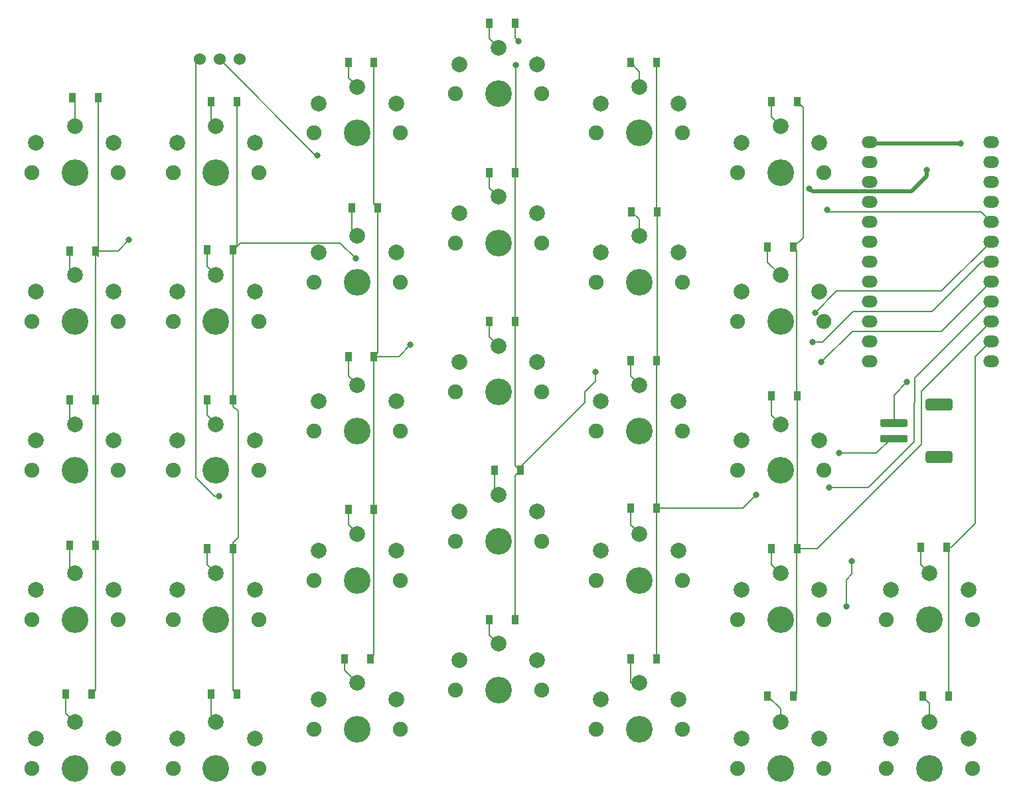
<source format=gbr>
%TF.GenerationSoftware,KiCad,Pcbnew,(5.1.7-0-10_14)*%
%TF.CreationDate,2022-11-13T20:21:01-08:00*%
%TF.ProjectId,swing-atreus-r,7377696e-672d-4617-9472-6575732d722e,rev?*%
%TF.SameCoordinates,Original*%
%TF.FileFunction,Copper,L1,Top*%
%TF.FilePolarity,Positive*%
%FSLAX46Y46*%
G04 Gerber Fmt 4.6, Leading zero omitted, Abs format (unit mm)*
G04 Created by KiCad (PCBNEW (5.1.7-0-10_14)) date 2022-11-13 20:21:01*
%MOMM*%
%LPD*%
G01*
G04 APERTURE LIST*
%TA.AperFunction,ComponentPad*%
%ADD10O,2.000000X1.500000*%
%TD*%
%TA.AperFunction,ComponentPad*%
%ADD11C,2.000000*%
%TD*%
%TA.AperFunction,ComponentPad*%
%ADD12C,1.900000*%
%TD*%
%TA.AperFunction,ComponentPad*%
%ADD13C,3.400000*%
%TD*%
%TA.AperFunction,SMDPad,CuDef*%
%ADD14R,0.900000X1.200000*%
%TD*%
%TA.AperFunction,ComponentPad*%
%ADD15C,1.524000*%
%TD*%
%TA.AperFunction,ViaPad*%
%ADD16C,0.800000*%
%TD*%
%TA.AperFunction,Conductor*%
%ADD17C,0.200000*%
%TD*%
%TA.AperFunction,Conductor*%
%ADD18C,0.500000*%
%TD*%
G04 APERTURE END LIST*
D10*
%TO.P,U1,24*%
%TO.N,Net-(SW1-Pad2)*%
X164650000Y-41030000D03*
%TO.P,U1,1*%
%TO.N,Net-(U1-Pad1)*%
X149150000Y-41030000D03*
%TO.P,U1,23*%
%TO.N,Net-(U1-Pad23)*%
X164650000Y-43570000D03*
%TO.P,U1,2*%
%TO.N,Net-(U1-Pad2)*%
X149150000Y-43570000D03*
%TO.P,U1,22*%
%TO.N,Net-(SW2-Pad1)*%
X164650000Y-46110000D03*
%TO.P,U1,3*%
%TO.N,GND*%
X149150000Y-46110000D03*
%TO.P,U1,21*%
%TO.N,Net-(U1-Pad21)*%
X164650000Y-48650000D03*
%TO.P,U1,4*%
%TO.N,GND*%
X149150000Y-48650000D03*
%TO.P,U1,20*%
%TO.N,/L_column1*%
X164650000Y-51190000D03*
%TO.P,U1,5*%
%TO.N,/L_Row1*%
X149150000Y-51190000D03*
%TO.P,U1,19*%
%TO.N,/L_column2*%
X164650000Y-53730000D03*
%TO.P,U1,6*%
%TO.N,/L_Row2*%
X149150000Y-53730000D03*
%TO.P,U1,18*%
%TO.N,/L_column3*%
X164650000Y-56270000D03*
%TO.P,U1,7*%
%TO.N,/L_Row3*%
X149150000Y-56270000D03*
%TO.P,U1,17*%
%TO.N,/L_column4*%
X164650000Y-58810000D03*
%TO.P,U1,8*%
%TO.N,/L_Row4*%
X149150000Y-58810000D03*
%TO.P,U1,16*%
%TO.N,/L_column5*%
X164650000Y-61350000D03*
%TO.P,U1,9*%
%TO.N,/L_Row5*%
X149150000Y-61350000D03*
%TO.P,U1,15*%
%TO.N,/L_column6*%
X164650000Y-63890000D03*
%TO.P,U1,10*%
%TO.N,Net-(U1-Pad10)*%
X149150000Y-63890000D03*
%TO.P,U1,14*%
%TO.N,/L_column7*%
X164650000Y-66430000D03*
%TO.P,U1,11*%
%TO.N,Net-(U1-Pad11)*%
X149150000Y-66430000D03*
%TO.P,U1,13*%
%TO.N,Net-(U1-Pad13)*%
X164650000Y-68970000D03*
%TO.P,U1,12*%
%TO.N,Net-(U1-Pad12)*%
X149150000Y-68970000D03*
%TD*%
D11*
%TO.P,SW4,1*%
%TO.N,/L_Row2*%
X42850000Y-60100000D03*
X52750000Y-60100000D03*
%TO.P,SW4,2*%
%TO.N,Net-(D2-Pad2)*%
X47800000Y-58000000D03*
D12*
%TO.P,SW4,*%
%TO.N,*%
X42300000Y-63900000D03*
X53300000Y-63900000D03*
D13*
X47800000Y-63900000D03*
%TD*%
D14*
%TO.P,D1,1*%
%TO.N,/L_column1*%
X50800000Y-35400000D03*
%TO.P,D1,2*%
%TO.N,Net-(D1-Pad2)*%
X47500000Y-35400000D03*
%TD*%
%TO.P,D2,1*%
%TO.N,/L_column1*%
X50450000Y-54900000D03*
%TO.P,D2,2*%
%TO.N,Net-(D2-Pad2)*%
X47150000Y-54900000D03*
%TD*%
%TO.P,D3,1*%
%TO.N,/L_column1*%
X50450000Y-73900000D03*
%TO.P,D3,2*%
%TO.N,Net-(D3-Pad2)*%
X47150000Y-73900000D03*
%TD*%
%TO.P,D4,2*%
%TO.N,Net-(D4-Pad2)*%
X47150000Y-92400000D03*
%TO.P,D4,1*%
%TO.N,/L_column1*%
X50450000Y-92400000D03*
%TD*%
%TO.P,D5,2*%
%TO.N,Net-(D5-Pad2)*%
X46650000Y-111400000D03*
%TO.P,D5,1*%
%TO.N,/L_column1*%
X49950000Y-111400000D03*
%TD*%
%TO.P,D6,1*%
%TO.N,/L_column2*%
X68450000Y-35900000D03*
%TO.P,D6,2*%
%TO.N,Net-(D6-Pad2)*%
X65150000Y-35900000D03*
%TD*%
%TO.P,D7,1*%
%TO.N,/L_column2*%
X67950000Y-54800000D03*
%TO.P,D7,2*%
%TO.N,Net-(D7-Pad2)*%
X64650000Y-54800000D03*
%TD*%
%TO.P,D8,1*%
%TO.N,/L_column2*%
X67950000Y-73900000D03*
%TO.P,D8,2*%
%TO.N,Net-(D8-Pad2)*%
X64650000Y-73900000D03*
%TD*%
%TO.P,D9,2*%
%TO.N,Net-(D9-Pad2)*%
X64650000Y-92900000D03*
%TO.P,D9,1*%
%TO.N,/L_column2*%
X67950000Y-92900000D03*
%TD*%
%TO.P,D10,2*%
%TO.N,Net-(D10-Pad2)*%
X65150000Y-111400000D03*
%TO.P,D10,1*%
%TO.N,/L_column2*%
X68450000Y-111400000D03*
%TD*%
%TO.P,D11,1*%
%TO.N,/L_column3*%
X85950000Y-30900000D03*
%TO.P,D11,2*%
%TO.N,Net-(D11-Pad2)*%
X82650000Y-30900000D03*
%TD*%
%TO.P,D12,1*%
%TO.N,/L_column3*%
X86450000Y-49400000D03*
%TO.P,D12,2*%
%TO.N,Net-(D12-Pad2)*%
X83150000Y-49400000D03*
%TD*%
%TO.P,D13,1*%
%TO.N,/L_column3*%
X85950000Y-68400000D03*
%TO.P,D13,2*%
%TO.N,Net-(D13-Pad2)*%
X82650000Y-68400000D03*
%TD*%
%TO.P,D14,2*%
%TO.N,Net-(D14-Pad2)*%
X82650000Y-87900000D03*
%TO.P,D14,1*%
%TO.N,/L_column3*%
X85950000Y-87900000D03*
%TD*%
%TO.P,D15,2*%
%TO.N,Net-(D15-Pad2)*%
X82150000Y-106900000D03*
%TO.P,D15,1*%
%TO.N,/L_column3*%
X85450000Y-106900000D03*
%TD*%
%TO.P,D16,1*%
%TO.N,/L_column4*%
X103950000Y-25900000D03*
%TO.P,D16,2*%
%TO.N,Net-(D16-Pad2)*%
X100650000Y-25900000D03*
%TD*%
%TO.P,D17,1*%
%TO.N,/L_column4*%
X103950000Y-44900000D03*
%TO.P,D17,2*%
%TO.N,Net-(D17-Pad2)*%
X100650000Y-44900000D03*
%TD*%
%TO.P,D18,2*%
%TO.N,Net-(D18-Pad2)*%
X100650000Y-63900000D03*
%TO.P,D18,1*%
%TO.N,/L_column4*%
X103950000Y-63900000D03*
%TD*%
%TO.P,D19,2*%
%TO.N,Net-(D19-Pad2)*%
X101300000Y-82900000D03*
%TO.P,D19,1*%
%TO.N,/L_column4*%
X104600000Y-82900000D03*
%TD*%
%TO.P,D20,2*%
%TO.N,Net-(D20-Pad2)*%
X100650000Y-101900000D03*
%TO.P,D20,1*%
%TO.N,/L_column4*%
X103950000Y-101900000D03*
%TD*%
%TO.P,D21,1*%
%TO.N,/L_column5*%
X121950000Y-30900000D03*
%TO.P,D21,2*%
%TO.N,Net-(D21-Pad2)*%
X118650000Y-30900000D03*
%TD*%
%TO.P,D22,1*%
%TO.N,/L_column5*%
X122100000Y-49900000D03*
%TO.P,D22,2*%
%TO.N,Net-(D22-Pad2)*%
X118800000Y-49900000D03*
%TD*%
%TO.P,D23,1*%
%TO.N,/L_column5*%
X121950000Y-68900000D03*
%TO.P,D23,2*%
%TO.N,Net-(D23-Pad2)*%
X118650000Y-68900000D03*
%TD*%
%TO.P,D24,2*%
%TO.N,Net-(D24-Pad2)*%
X118650000Y-87700000D03*
%TO.P,D24,1*%
%TO.N,/L_column5*%
X121950000Y-87700000D03*
%TD*%
%TO.P,D25,2*%
%TO.N,Net-(D25-Pad2)*%
X118650000Y-106900000D03*
%TO.P,D25,1*%
%TO.N,/L_column5*%
X121950000Y-106900000D03*
%TD*%
%TO.P,D26,1*%
%TO.N,/L_column6*%
X139950000Y-35900000D03*
%TO.P,D26,2*%
%TO.N,Net-(D26-Pad2)*%
X136650000Y-35900000D03*
%TD*%
%TO.P,D27,1*%
%TO.N,/L_column6*%
X139450000Y-54400000D03*
%TO.P,D27,2*%
%TO.N,Net-(D27-Pad2)*%
X136150000Y-54400000D03*
%TD*%
%TO.P,D28,2*%
%TO.N,Net-(D28-Pad2)*%
X136650000Y-73400000D03*
%TO.P,D28,1*%
%TO.N,/L_column6*%
X139950000Y-73400000D03*
%TD*%
%TO.P,D29,2*%
%TO.N,Net-(D29-Pad2)*%
X136650000Y-92900000D03*
%TO.P,D29,1*%
%TO.N,/L_column6*%
X139950000Y-92900000D03*
%TD*%
%TO.P,D30,2*%
%TO.N,Net-(D30-Pad2)*%
X136150000Y-111650000D03*
%TO.P,D30,1*%
%TO.N,/L_column6*%
X139450000Y-111650000D03*
%TD*%
%TO.P,D31,2*%
%TO.N,Net-(D31-Pad2)*%
X155650000Y-92650000D03*
%TO.P,D31,1*%
%TO.N,/L_column7*%
X158950000Y-92650000D03*
%TD*%
%TO.P,D32,2*%
%TO.N,Net-(D32-Pad2)*%
X155900000Y-111650000D03*
%TO.P,D32,1*%
%TO.N,/L_column7*%
X159200000Y-111650000D03*
%TD*%
D15*
%TO.P,SW1,1*%
%TO.N,Net-(SW1-Pad1)*%
X68786000Y-30456000D03*
%TO.P,SW1,2*%
%TO.N,Net-(SW1-Pad2)*%
X66246000Y-30456000D03*
%TO.P,SW1,3*%
%TO.N,Net-(J1-Pad1)*%
X63706000Y-30456000D03*
%TD*%
D13*
%TO.P,SW3,*%
%TO.N,*%
X47800000Y-44900000D03*
D12*
X53300000Y-44900000D03*
X42300000Y-44900000D03*
D11*
%TO.P,SW3,2*%
%TO.N,Net-(D1-Pad2)*%
X47800000Y-39000000D03*
%TO.P,SW3,1*%
%TO.N,/L_Row1*%
X52750000Y-41100000D03*
X42850000Y-41100000D03*
%TD*%
%TO.P,SW5,1*%
%TO.N,/L_Row3*%
X42850000Y-79100000D03*
X52750000Y-79100000D03*
%TO.P,SW5,2*%
%TO.N,Net-(D3-Pad2)*%
X47800000Y-77000000D03*
D12*
%TO.P,SW5,*%
%TO.N,*%
X42300000Y-82900000D03*
X53300000Y-82900000D03*
D13*
X47800000Y-82900000D03*
%TD*%
%TO.P,SW6,*%
%TO.N,*%
X47800000Y-101900000D03*
D12*
X53300000Y-101900000D03*
X42300000Y-101900000D03*
D11*
%TO.P,SW6,2*%
%TO.N,Net-(D4-Pad2)*%
X47800000Y-96000000D03*
%TO.P,SW6,1*%
%TO.N,/L_Row4*%
X52750000Y-98100000D03*
X42850000Y-98100000D03*
%TD*%
D13*
%TO.P,SW7,*%
%TO.N,*%
X47800000Y-120900000D03*
D12*
X53300000Y-120900000D03*
X42300000Y-120900000D03*
D11*
%TO.P,SW7,2*%
%TO.N,Net-(D5-Pad2)*%
X47800000Y-115000000D03*
%TO.P,SW7,1*%
%TO.N,/L_Row5*%
X52750000Y-117100000D03*
X42850000Y-117100000D03*
%TD*%
%TO.P,SW8,1*%
%TO.N,/L_Row1*%
X60850000Y-41100000D03*
X70750000Y-41100000D03*
%TO.P,SW8,2*%
%TO.N,Net-(D6-Pad2)*%
X65800000Y-39000000D03*
D12*
%TO.P,SW8,*%
%TO.N,*%
X60300000Y-44900000D03*
X71300000Y-44900000D03*
D13*
X65800000Y-44900000D03*
%TD*%
D11*
%TO.P,SW9,1*%
%TO.N,/L_Row2*%
X60850000Y-60100000D03*
X70750000Y-60100000D03*
%TO.P,SW9,2*%
%TO.N,Net-(D7-Pad2)*%
X65800000Y-58000000D03*
D12*
%TO.P,SW9,*%
%TO.N,*%
X60300000Y-63900000D03*
X71300000Y-63900000D03*
D13*
X65800000Y-63900000D03*
%TD*%
D11*
%TO.P,SW10,1*%
%TO.N,/L_Row3*%
X60850000Y-79100000D03*
X70750000Y-79100000D03*
%TO.P,SW10,2*%
%TO.N,Net-(D8-Pad2)*%
X65800000Y-77000000D03*
D12*
%TO.P,SW10,*%
%TO.N,*%
X60300000Y-82900000D03*
X71300000Y-82900000D03*
D13*
X65800000Y-82900000D03*
%TD*%
%TO.P,SW11,*%
%TO.N,*%
X65800000Y-101900000D03*
D12*
X71300000Y-101900000D03*
X60300000Y-101900000D03*
D11*
%TO.P,SW11,2*%
%TO.N,Net-(D9-Pad2)*%
X65800000Y-96000000D03*
%TO.P,SW11,1*%
%TO.N,/L_Row4*%
X70750000Y-98100000D03*
X60850000Y-98100000D03*
%TD*%
D13*
%TO.P,SW12,*%
%TO.N,*%
X65800000Y-120900000D03*
D12*
X71300000Y-120900000D03*
X60300000Y-120900000D03*
D11*
%TO.P,SW12,2*%
%TO.N,Net-(D10-Pad2)*%
X65800000Y-115000000D03*
%TO.P,SW12,1*%
%TO.N,/L_Row5*%
X70750000Y-117100000D03*
X60850000Y-117100000D03*
%TD*%
%TO.P,SW13,1*%
%TO.N,/L_Row1*%
X78850000Y-36100000D03*
X88750000Y-36100000D03*
%TO.P,SW13,2*%
%TO.N,Net-(D11-Pad2)*%
X83800000Y-34000000D03*
D12*
%TO.P,SW13,*%
%TO.N,*%
X78300000Y-39900000D03*
X89300000Y-39900000D03*
D13*
X83800000Y-39900000D03*
%TD*%
D11*
%TO.P,SW14,1*%
%TO.N,/L_Row2*%
X78850000Y-55100000D03*
X88750000Y-55100000D03*
%TO.P,SW14,2*%
%TO.N,Net-(D12-Pad2)*%
X83800000Y-53000000D03*
D12*
%TO.P,SW14,*%
%TO.N,*%
X78300000Y-58900000D03*
X89300000Y-58900000D03*
D13*
X83800000Y-58900000D03*
%TD*%
D11*
%TO.P,SW15,1*%
%TO.N,/L_Row3*%
X78850000Y-74100000D03*
X88750000Y-74100000D03*
%TO.P,SW15,2*%
%TO.N,Net-(D13-Pad2)*%
X83800000Y-72000000D03*
D12*
%TO.P,SW15,*%
%TO.N,*%
X78300000Y-77900000D03*
X89300000Y-77900000D03*
D13*
X83800000Y-77900000D03*
%TD*%
%TO.P,SW16,*%
%TO.N,*%
X83800000Y-96900000D03*
D12*
X89300000Y-96900000D03*
X78300000Y-96900000D03*
D11*
%TO.P,SW16,2*%
%TO.N,Net-(D14-Pad2)*%
X83800000Y-91000000D03*
%TO.P,SW16,1*%
%TO.N,/L_Row4*%
X88750000Y-93100000D03*
X78850000Y-93100000D03*
%TD*%
D13*
%TO.P,SW17,*%
%TO.N,*%
X83800000Y-115900000D03*
D12*
X89300000Y-115900000D03*
X78300000Y-115900000D03*
D11*
%TO.P,SW17,2*%
%TO.N,Net-(D15-Pad2)*%
X83800000Y-110000000D03*
%TO.P,SW17,1*%
%TO.N,/L_Row5*%
X88750000Y-112100000D03*
X78850000Y-112100000D03*
%TD*%
%TO.P,SW18,1*%
%TO.N,/L_Row1*%
X96850000Y-31100000D03*
X106750000Y-31100000D03*
%TO.P,SW18,2*%
%TO.N,Net-(D16-Pad2)*%
X101800000Y-29000000D03*
D12*
%TO.P,SW18,*%
%TO.N,*%
X96300000Y-34900000D03*
X107300000Y-34900000D03*
D13*
X101800000Y-34900000D03*
%TD*%
D11*
%TO.P,SW19,1*%
%TO.N,/L_Row2*%
X96850000Y-50100000D03*
X106750000Y-50100000D03*
%TO.P,SW19,2*%
%TO.N,Net-(D17-Pad2)*%
X101800000Y-48000000D03*
D12*
%TO.P,SW19,*%
%TO.N,*%
X96300000Y-53900000D03*
X107300000Y-53900000D03*
D13*
X101800000Y-53900000D03*
%TD*%
D11*
%TO.P,SW20,1*%
%TO.N,/L_Row3*%
X96850000Y-69100000D03*
X106750000Y-69100000D03*
%TO.P,SW20,2*%
%TO.N,Net-(D18-Pad2)*%
X101800000Y-67000000D03*
D12*
%TO.P,SW20,*%
%TO.N,*%
X96300000Y-72900000D03*
X107300000Y-72900000D03*
D13*
X101800000Y-72900000D03*
%TD*%
%TO.P,SW21,*%
%TO.N,*%
X101800000Y-91900000D03*
D12*
X107300000Y-91900000D03*
X96300000Y-91900000D03*
D11*
%TO.P,SW21,2*%
%TO.N,Net-(D19-Pad2)*%
X101800000Y-86000000D03*
%TO.P,SW21,1*%
%TO.N,/L_Row4*%
X106750000Y-88100000D03*
X96850000Y-88100000D03*
%TD*%
D13*
%TO.P,SW22,*%
%TO.N,*%
X101800000Y-110900000D03*
D12*
X107300000Y-110900000D03*
X96300000Y-110900000D03*
D11*
%TO.P,SW22,2*%
%TO.N,Net-(D20-Pad2)*%
X101800000Y-105000000D03*
%TO.P,SW22,1*%
%TO.N,/L_Row5*%
X106750000Y-107100000D03*
X96850000Y-107100000D03*
%TD*%
%TO.P,SW23,1*%
%TO.N,/L_Row1*%
X114850000Y-36100000D03*
X124750000Y-36100000D03*
%TO.P,SW23,2*%
%TO.N,Net-(D21-Pad2)*%
X119800000Y-34000000D03*
D12*
%TO.P,SW23,*%
%TO.N,*%
X114300000Y-39900000D03*
X125300000Y-39900000D03*
D13*
X119800000Y-39900000D03*
%TD*%
D11*
%TO.P,SW24,1*%
%TO.N,/L_Row2*%
X114850000Y-55100000D03*
X124750000Y-55100000D03*
%TO.P,SW24,2*%
%TO.N,Net-(D22-Pad2)*%
X119800000Y-53000000D03*
D12*
%TO.P,SW24,*%
%TO.N,*%
X114300000Y-58900000D03*
X125300000Y-58900000D03*
D13*
X119800000Y-58900000D03*
%TD*%
D11*
%TO.P,SW25,1*%
%TO.N,/L_Row3*%
X114850000Y-74100000D03*
X124750000Y-74100000D03*
%TO.P,SW25,2*%
%TO.N,Net-(D23-Pad2)*%
X119800000Y-72000000D03*
D12*
%TO.P,SW25,*%
%TO.N,*%
X114300000Y-77900000D03*
X125300000Y-77900000D03*
D13*
X119800000Y-77900000D03*
%TD*%
%TO.P,SW26,*%
%TO.N,*%
X119800000Y-96900000D03*
D12*
X125300000Y-96900000D03*
X114300000Y-96900000D03*
D11*
%TO.P,SW26,2*%
%TO.N,Net-(D24-Pad2)*%
X119800000Y-91000000D03*
%TO.P,SW26,1*%
%TO.N,/L_Row4*%
X124750000Y-93100000D03*
X114850000Y-93100000D03*
%TD*%
D13*
%TO.P,SW27,*%
%TO.N,*%
X119800000Y-115900000D03*
D12*
X125300000Y-115900000D03*
X114300000Y-115900000D03*
D11*
%TO.P,SW27,2*%
%TO.N,Net-(D25-Pad2)*%
X119800000Y-110000000D03*
%TO.P,SW27,1*%
%TO.N,/L_Row5*%
X124750000Y-112100000D03*
X114850000Y-112100000D03*
%TD*%
%TO.P,SW28,1*%
%TO.N,/L_Row1*%
X132850000Y-41100000D03*
X142750000Y-41100000D03*
%TO.P,SW28,2*%
%TO.N,Net-(D26-Pad2)*%
X137800000Y-39000000D03*
D12*
%TO.P,SW28,*%
%TO.N,*%
X132300000Y-44900000D03*
X143300000Y-44900000D03*
D13*
X137800000Y-44900000D03*
%TD*%
D11*
%TO.P,SW29,1*%
%TO.N,/L_Row2*%
X132850000Y-60100000D03*
X142750000Y-60100000D03*
%TO.P,SW29,2*%
%TO.N,Net-(D27-Pad2)*%
X137800000Y-58000000D03*
D12*
%TO.P,SW29,*%
%TO.N,*%
X132300000Y-63900000D03*
X143300000Y-63900000D03*
D13*
X137800000Y-63900000D03*
%TD*%
%TO.P,SW30,*%
%TO.N,*%
X137800000Y-82900000D03*
D12*
X143300000Y-82900000D03*
X132300000Y-82900000D03*
D11*
%TO.P,SW30,2*%
%TO.N,Net-(D28-Pad2)*%
X137800000Y-77000000D03*
%TO.P,SW30,1*%
%TO.N,/L_Row3*%
X142750000Y-79100000D03*
X132850000Y-79100000D03*
%TD*%
D13*
%TO.P,SW31,*%
%TO.N,*%
X137800000Y-101900000D03*
D12*
X143300000Y-101900000D03*
X132300000Y-101900000D03*
D11*
%TO.P,SW31,2*%
%TO.N,Net-(D29-Pad2)*%
X137800000Y-96000000D03*
%TO.P,SW31,1*%
%TO.N,/L_Row4*%
X142750000Y-98100000D03*
X132850000Y-98100000D03*
%TD*%
D13*
%TO.P,SW32,*%
%TO.N,*%
X137800000Y-120900000D03*
D12*
X143300000Y-120900000D03*
X132300000Y-120900000D03*
D11*
%TO.P,SW32,2*%
%TO.N,Net-(D30-Pad2)*%
X137800000Y-115000000D03*
%TO.P,SW32,1*%
%TO.N,/L_Row5*%
X142750000Y-117100000D03*
X132850000Y-117100000D03*
%TD*%
D13*
%TO.P,SW33,*%
%TO.N,*%
X156800000Y-101900000D03*
D12*
X162300000Y-101900000D03*
X151300000Y-101900000D03*
D11*
%TO.P,SW33,2*%
%TO.N,Net-(D31-Pad2)*%
X156800000Y-96000000D03*
%TO.P,SW33,1*%
%TO.N,/L_Row4*%
X161750000Y-98100000D03*
X151850000Y-98100000D03*
%TD*%
D13*
%TO.P,SW34,*%
%TO.N,*%
X156800000Y-120900000D03*
D12*
X162300000Y-120900000D03*
X151300000Y-120900000D03*
D11*
%TO.P,SW34,2*%
%TO.N,Net-(D32-Pad2)*%
X156800000Y-115000000D03*
%TO.P,SW34,1*%
%TO.N,/L_Row5*%
X161750000Y-117100000D03*
X151850000Y-117100000D03*
%TD*%
%TO.P,J1,MP*%
%TO.N,N/C*%
%TA.AperFunction,SMDPad,CuDef*%
G36*
G01*
X159450000Y-75250000D02*
X156550000Y-75250000D01*
G75*
G02*
X156300000Y-75000000I0J250000D01*
G01*
X156300000Y-74000000D01*
G75*
G02*
X156550000Y-73750000I250000J0D01*
G01*
X159450000Y-73750000D01*
G75*
G02*
X159700000Y-74000000I0J-250000D01*
G01*
X159700000Y-75000000D01*
G75*
G02*
X159450000Y-75250000I-250000J0D01*
G01*
G37*
%TD.AperFunction*%
%TA.AperFunction,SMDPad,CuDef*%
G36*
G01*
X159450000Y-81950000D02*
X156550000Y-81950000D01*
G75*
G02*
X156300000Y-81700000I0J250000D01*
G01*
X156300000Y-80700000D01*
G75*
G02*
X156550000Y-80450000I250000J0D01*
G01*
X159450000Y-80450000D01*
G75*
G02*
X159700000Y-80700000I0J-250000D01*
G01*
X159700000Y-81700000D01*
G75*
G02*
X159450000Y-81950000I-250000J0D01*
G01*
G37*
%TD.AperFunction*%
%TO.P,J1,2*%
%TO.N,GND*%
%TA.AperFunction,SMDPad,CuDef*%
G36*
G01*
X153750000Y-77350000D02*
X150750000Y-77350000D01*
G75*
G02*
X150500000Y-77100000I0J250000D01*
G01*
X150500000Y-76600000D01*
G75*
G02*
X150750000Y-76350000I250000J0D01*
G01*
X153750000Y-76350000D01*
G75*
G02*
X154000000Y-76600000I0J-250000D01*
G01*
X154000000Y-77100000D01*
G75*
G02*
X153750000Y-77350000I-250000J0D01*
G01*
G37*
%TD.AperFunction*%
%TO.P,J1,1*%
%TO.N,Net-(J1-Pad1)*%
%TA.AperFunction,SMDPad,CuDef*%
G36*
G01*
X153750000Y-79350000D02*
X150750000Y-79350000D01*
G75*
G02*
X150500000Y-79100000I0J250000D01*
G01*
X150500000Y-78600000D01*
G75*
G02*
X150750000Y-78350000I250000J0D01*
G01*
X153750000Y-78350000D01*
G75*
G02*
X154000000Y-78600000I0J-250000D01*
G01*
X154000000Y-79100000D01*
G75*
G02*
X153750000Y-79350000I-250000J0D01*
G01*
G37*
%TD.AperFunction*%
%TD*%
D16*
%TO.N,Net-(J1-Pad1)*%
X145300000Y-80700000D03*
X66149999Y-86199999D03*
%TO.N,GND*%
X153920000Y-71630000D03*
%TO.N,Net-(SW1-Pad2)*%
X78750000Y-42700000D03*
X141450000Y-46950000D03*
X156470002Y-44630000D03*
%TO.N,Net-(U1-Pad1)*%
X160760000Y-41250000D03*
%TO.N,/L_column1*%
X54700000Y-53500000D03*
X143700000Y-49700000D03*
%TO.N,/L_column2*%
X83600000Y-55900000D03*
X142203983Y-62803983D03*
%TO.N,/L_column3*%
X90600000Y-66900000D03*
X141900000Y-66500000D03*
%TO.N,/L_column4*%
X104400000Y-28200000D03*
X104000000Y-31200000D03*
X114200000Y-70300000D03*
X143000000Y-69100000D03*
%TO.N,/L_column5*%
X134700000Y-86000000D03*
X144000000Y-85100000D03*
%TO.N,/L_Row5*%
X146200000Y-100200000D03*
X146900000Y-94500000D03*
%TD*%
D17*
%TO.N,Net-(D1-Pad2)*%
X47800000Y-35700000D02*
X47500000Y-35400000D01*
X47800000Y-39000000D02*
X47800000Y-35700000D01*
%TO.N,Net-(D2-Pad2)*%
X47150000Y-57350000D02*
X47800000Y-58000000D01*
X47150000Y-54900000D02*
X47150000Y-57350000D01*
%TO.N,Net-(D3-Pad2)*%
X47150000Y-76350000D02*
X47800000Y-77000000D01*
X47150000Y-73900000D02*
X47150000Y-76350000D01*
%TO.N,Net-(D4-Pad2)*%
X47150000Y-95350000D02*
X47800000Y-96000000D01*
X47150000Y-92400000D02*
X47150000Y-95350000D01*
%TO.N,Net-(D5-Pad2)*%
X46650000Y-113850000D02*
X47800000Y-115000000D01*
X46650000Y-111400000D02*
X46650000Y-113850000D01*
%TO.N,Net-(D6-Pad2)*%
X65150000Y-38350000D02*
X65800000Y-39000000D01*
X65150000Y-35900000D02*
X65150000Y-38350000D01*
%TO.N,Net-(D7-Pad2)*%
X64650000Y-56850000D02*
X65800000Y-58000000D01*
X64650000Y-54800000D02*
X64650000Y-56850000D01*
%TO.N,Net-(D8-Pad2)*%
X64650000Y-75850000D02*
X65800000Y-77000000D01*
X64650000Y-73900000D02*
X64650000Y-75850000D01*
%TO.N,Net-(D9-Pad2)*%
X64650000Y-94850000D02*
X65800000Y-96000000D01*
X64650000Y-92900000D02*
X64650000Y-94850000D01*
%TO.N,Net-(D10-Pad2)*%
X65150000Y-114350000D02*
X65800000Y-115000000D01*
X65150000Y-111400000D02*
X65150000Y-114350000D01*
%TO.N,Net-(D11-Pad2)*%
X82650000Y-32850000D02*
X83800000Y-34000000D01*
X82650000Y-30900000D02*
X82650000Y-32850000D01*
%TO.N,Net-(D12-Pad2)*%
X83150000Y-52350000D02*
X83800000Y-53000000D01*
X83150000Y-49400000D02*
X83150000Y-52350000D01*
%TO.N,Net-(D13-Pad2)*%
X82650000Y-70850000D02*
X83800000Y-72000000D01*
X82650000Y-68400000D02*
X82650000Y-70850000D01*
%TO.N,Net-(D14-Pad2)*%
X82650000Y-89850000D02*
X83800000Y-91000000D01*
X82650000Y-87900000D02*
X82650000Y-89850000D01*
%TO.N,Net-(D15-Pad2)*%
X82150000Y-108350000D02*
X83800000Y-110000000D01*
X82150000Y-106900000D02*
X82150000Y-108350000D01*
%TO.N,Net-(D16-Pad2)*%
X100650000Y-27850000D02*
X101800000Y-29000000D01*
X100650000Y-25900000D02*
X100650000Y-27850000D01*
%TO.N,Net-(D17-Pad2)*%
X100650000Y-46850000D02*
X101800000Y-48000000D01*
X100650000Y-44900000D02*
X100650000Y-46850000D01*
%TO.N,Net-(D18-Pad2)*%
X100650000Y-65850000D02*
X101800000Y-67000000D01*
X100650000Y-63900000D02*
X100650000Y-65850000D01*
%TO.N,Net-(D19-Pad2)*%
X101300000Y-85500000D02*
X101800000Y-86000000D01*
X101300000Y-82900000D02*
X101300000Y-85500000D01*
%TO.N,Net-(D20-Pad2)*%
X100650000Y-103850000D02*
X101800000Y-105000000D01*
X100650000Y-101900000D02*
X100650000Y-103850000D01*
%TO.N,Net-(D21-Pad2)*%
X119800000Y-32050000D02*
X118650000Y-30900000D01*
X119800000Y-34000000D02*
X119800000Y-32050000D01*
%TO.N,Net-(D22-Pad2)*%
X119800000Y-50900000D02*
X118800000Y-49900000D01*
X119800000Y-53000000D02*
X119800000Y-50900000D01*
%TO.N,Net-(D23-Pad2)*%
X118650000Y-70850000D02*
X119800000Y-72000000D01*
X118650000Y-68900000D02*
X118650000Y-70850000D01*
%TO.N,Net-(D24-Pad2)*%
X118650000Y-89850000D02*
X119800000Y-91000000D01*
X118650000Y-87700000D02*
X118650000Y-89850000D01*
%TO.N,Net-(D25-Pad2)*%
X118650000Y-106900000D02*
X118650000Y-109950000D01*
X118700000Y-110000000D02*
X119800000Y-110000000D01*
X118650000Y-109950000D02*
X118700000Y-110000000D01*
%TO.N,Net-(D26-Pad2)*%
X136650000Y-37850000D02*
X137800000Y-39000000D01*
X136650000Y-35900000D02*
X136650000Y-37850000D01*
%TO.N,Net-(D27-Pad2)*%
X136150000Y-56350000D02*
X137800000Y-58000000D01*
X136150000Y-54400000D02*
X136150000Y-56350000D01*
%TO.N,Net-(D28-Pad2)*%
X136650000Y-75850000D02*
X137800000Y-77000000D01*
X136650000Y-73400000D02*
X136650000Y-75850000D01*
%TO.N,Net-(D29-Pad2)*%
X136650000Y-94850000D02*
X137800000Y-96000000D01*
X136650000Y-92900000D02*
X136650000Y-94850000D01*
%TO.N,Net-(D30-Pad2)*%
X137800000Y-113300000D02*
X136150000Y-111650000D01*
X137800000Y-115000000D02*
X137800000Y-113300000D01*
%TO.N,Net-(D31-Pad2)*%
X155650000Y-94850000D02*
X156800000Y-96000000D01*
X155650000Y-92650000D02*
X155650000Y-94850000D01*
%TO.N,Net-(D32-Pad2)*%
X156800000Y-112550000D02*
X155900000Y-111650000D01*
X156800000Y-115000000D02*
X156800000Y-112550000D01*
%TO.N,Net-(J1-Pad1)*%
X145300000Y-80700000D02*
X150000000Y-80700000D01*
X151850000Y-78850000D02*
X152250000Y-78850000D01*
X150000000Y-80700000D02*
X151850000Y-78850000D01*
X65599999Y-86199999D02*
X66149999Y-86199999D01*
X63200000Y-83800000D02*
X65599999Y-86199999D01*
X63200000Y-30962000D02*
X63200000Y-83800000D01*
X63706000Y-30456000D02*
X63200000Y-30962000D01*
%TO.N,GND*%
X152250000Y-76850000D02*
X152250000Y-73300000D01*
X152250000Y-73300000D02*
X153920000Y-71630000D01*
%TO.N,Net-(SW1-Pad2)*%
X78490000Y-42700000D02*
X78750000Y-42700000D01*
X66246000Y-30456000D02*
X78490000Y-42700000D01*
D18*
X154455684Y-47349999D02*
X156470002Y-45335681D01*
X141450000Y-46950000D02*
X141849999Y-47349999D01*
X141849999Y-47349999D02*
X154455684Y-47349999D01*
X156470002Y-45335681D02*
X156470002Y-44630000D01*
%TO.N,Net-(U1-Pad1)*%
X149370000Y-41250000D02*
X149150000Y-41030000D01*
X160760000Y-41250000D02*
X149370000Y-41250000D01*
D17*
%TO.N,/L_column1*%
X50800000Y-35400000D02*
X50800000Y-55600000D01*
X50450000Y-55250000D02*
X50450000Y-54900000D01*
X50800000Y-55600000D02*
X50450000Y-55250000D01*
X50450000Y-54900000D02*
X50450000Y-73900000D01*
X50450000Y-73900000D02*
X50450000Y-92400000D01*
X50450000Y-110900000D02*
X49950000Y-111400000D01*
X50450000Y-92400000D02*
X50450000Y-110900000D01*
X53300000Y-54900000D02*
X54700000Y-53500000D01*
X50450000Y-54900000D02*
X53300000Y-54900000D01*
X163410000Y-49950000D02*
X164650000Y-51190000D01*
X143950000Y-49950000D02*
X163410000Y-49950000D01*
X143700000Y-49700000D02*
X143950000Y-49950000D01*
%TO.N,/L_column2*%
X68450000Y-54300000D02*
X67950000Y-54800000D01*
X68450000Y-35900000D02*
X68450000Y-54300000D01*
X67950000Y-54800000D02*
X67950000Y-73900000D01*
X67950000Y-110900000D02*
X68450000Y-111400000D01*
X67950000Y-92900000D02*
X67950000Y-110900000D01*
X81572999Y-53872999D02*
X83600000Y-55900000D01*
X68877001Y-53872999D02*
X81572999Y-53872999D01*
X67950000Y-54800000D02*
X68877001Y-53872999D01*
X68600000Y-75350000D02*
X68600000Y-91450000D01*
X67950000Y-74700000D02*
X68600000Y-75350000D01*
X68600000Y-91450000D02*
X67950000Y-92100000D01*
X67950000Y-73900000D02*
X67950000Y-74700000D01*
X67950000Y-92100000D02*
X67950000Y-92900000D01*
X144957966Y-60050000D02*
X158330000Y-60050000D01*
X158330000Y-60050000D02*
X164650000Y-53730000D01*
X142203983Y-62803983D02*
X144957966Y-60050000D01*
%TO.N,/L_column3*%
X86450000Y-67900000D02*
X85950000Y-68400000D01*
X86450000Y-49400000D02*
X86450000Y-67900000D01*
X85950000Y-68400000D02*
X85950000Y-87900000D01*
X85950000Y-106400000D02*
X85450000Y-106900000D01*
X85950000Y-87900000D02*
X85950000Y-106400000D01*
X89100000Y-68400000D02*
X90600000Y-66900000D01*
X85950000Y-68400000D02*
X89100000Y-68400000D01*
X157120000Y-62600000D02*
X163450000Y-56270000D01*
X147050000Y-62600000D02*
X157120000Y-62600000D01*
X143150000Y-66500000D02*
X147050000Y-62600000D01*
X163450000Y-56270000D02*
X164650000Y-56270000D01*
X141900000Y-66500000D02*
X143150000Y-66500000D01*
X85950000Y-30900000D02*
X85950000Y-48900000D01*
X85950000Y-48900000D02*
X86450000Y-49400000D01*
%TO.N,/L_column4*%
X103950000Y-83550000D02*
X104600000Y-82900000D01*
X103950000Y-101900000D02*
X103950000Y-83550000D01*
X103950000Y-82250000D02*
X104600000Y-82900000D01*
X103950000Y-63900000D02*
X103950000Y-82250000D01*
X103950000Y-63900000D02*
X103950000Y-44900000D01*
X103950000Y-27750000D02*
X104400000Y-28200000D01*
X103950000Y-25900000D02*
X103950000Y-27750000D01*
X104000000Y-44850000D02*
X103950000Y-44900000D01*
X104000000Y-31200000D02*
X104000000Y-44850000D01*
X114200000Y-71500000D02*
X114200000Y-70300000D01*
X112850000Y-74200000D02*
X112850000Y-72850000D01*
X112850000Y-72850000D02*
X114200000Y-71500000D01*
X104600000Y-82450000D02*
X112850000Y-74200000D01*
X104600000Y-82900000D02*
X104600000Y-82450000D01*
X158310000Y-65150000D02*
X164650000Y-58810000D01*
X146950000Y-65150000D02*
X158310000Y-65150000D01*
X143000000Y-69100000D02*
X146950000Y-65150000D01*
%TO.N,/L_column5*%
X121950000Y-49750000D02*
X122100000Y-49900000D01*
X121950000Y-30900000D02*
X121950000Y-49750000D01*
X122100000Y-68750000D02*
X121950000Y-68900000D01*
X122100000Y-49900000D02*
X122100000Y-68750000D01*
X121950000Y-68900000D02*
X121950000Y-87700000D01*
X121950000Y-87700000D02*
X121950000Y-106900000D01*
X133000000Y-87700000D02*
X134700000Y-86000000D01*
X121950000Y-87700000D02*
X133000000Y-87700000D01*
X148950000Y-85100000D02*
X154850000Y-79200000D01*
X154850000Y-79200000D02*
X154850000Y-74256004D01*
X154850000Y-74256004D02*
X154880002Y-74226002D01*
X154880002Y-71119998D02*
X164650000Y-61350000D01*
X154880002Y-74226002D02*
X154880002Y-71119998D01*
X144000000Y-85100000D02*
X148950000Y-85100000D01*
%TO.N,/L_column6*%
X139800001Y-93049999D02*
X139950000Y-92900000D01*
X139800001Y-111299999D02*
X139800001Y-93049999D01*
X139450000Y-111650000D02*
X139800001Y-111299999D01*
X139950000Y-92900000D02*
X139950000Y-73400000D01*
X139800001Y-73250001D02*
X139950000Y-73400000D01*
X139800001Y-54750001D02*
X139800001Y-73250001D01*
X139450000Y-54400000D02*
X139800001Y-54750001D01*
X155750000Y-72790000D02*
X164650000Y-63890000D01*
X155750000Y-79600000D02*
X155750000Y-72790000D01*
X142450000Y-92900000D02*
X155750000Y-79600000D01*
X139950000Y-92900000D02*
X142450000Y-92900000D01*
X140650000Y-53200000D02*
X139450000Y-54400000D01*
X140650000Y-36600000D02*
X140650000Y-53200000D01*
X139950000Y-35900000D02*
X140650000Y-36600000D01*
%TO.N,/L_column7*%
X159200000Y-92900000D02*
X158950000Y-92650000D01*
X159200000Y-111650000D02*
X159200000Y-92900000D01*
X162600000Y-68400000D02*
X164570000Y-66430000D01*
X162600000Y-89650000D02*
X162600000Y-68400000D01*
X164570000Y-66430000D02*
X164650000Y-66430000D01*
X159600000Y-92650000D02*
X162600000Y-89650000D01*
X158950000Y-92650000D02*
X159600000Y-92650000D01*
%TO.N,/L_Row5*%
X146200000Y-100200000D02*
X146200000Y-96800000D01*
X146900000Y-96100000D02*
X146900000Y-94500000D01*
X146200000Y-96800000D02*
X146900000Y-96100000D01*
%TD*%
M02*

</source>
